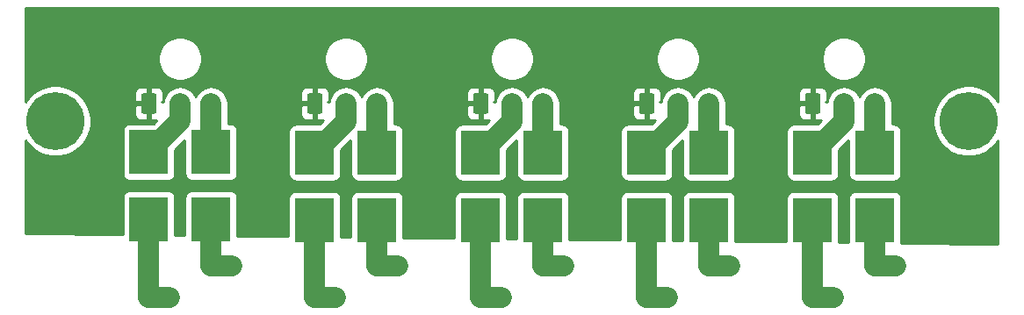
<source format=gtl>
G04 #@! TF.GenerationSoftware,KiCad,Pcbnew,5.1.9+dfsg1-1*
G04 #@! TF.CreationDate,2022-08-21T21:29:47+09:00*
G04 #@! TF.ProjectId,car-fuse-box-smd,6361722d-6675-4736-952d-626f782d736d,rev?*
G04 #@! TF.SameCoordinates,Original*
G04 #@! TF.FileFunction,Copper,L1,Top*
G04 #@! TF.FilePolarity,Positive*
%FSLAX46Y46*%
G04 Gerber Fmt 4.6, Leading zero omitted, Abs format (unit mm)*
G04 Created by KiCad (PCBNEW 5.1.9+dfsg1-1) date 2022-08-21 21:29:47*
%MOMM*%
%LPD*%
G01*
G04 APERTURE LIST*
G04 #@! TA.AperFunction,ComponentPad*
%ADD10R,3.800000X4.250000*%
G04 #@! TD*
G04 #@! TA.AperFunction,ComponentPad*
%ADD11O,1.500000X2.020000*%
G04 #@! TD*
G04 #@! TA.AperFunction,ComponentPad*
%ADD12C,5.600000*%
G04 #@! TD*
G04 #@! TA.AperFunction,ComponentPad*
%ADD13C,1.524000*%
G04 #@! TD*
G04 #@! TA.AperFunction,Conductor*
%ADD14C,2.000000*%
G04 #@! TD*
G04 #@! TA.AperFunction,Conductor*
%ADD15C,0.254000*%
G04 #@! TD*
G04 #@! TA.AperFunction,Conductor*
%ADD16C,0.100000*%
G04 #@! TD*
G04 APERTURE END LIST*
D10*
X78000000Y-124477000D03*
X78000000Y-118000000D03*
X84000000Y-118000000D03*
X84000000Y-124477000D03*
X94000000Y-118063000D03*
X94000000Y-124540000D03*
X100000000Y-124540000D03*
X100000000Y-118063000D03*
X110000000Y-118063000D03*
X110000000Y-124540000D03*
X116000000Y-124540000D03*
X116000000Y-118063000D03*
X126000000Y-118063000D03*
X126000000Y-124540000D03*
X132000000Y-124540000D03*
X132000000Y-118063000D03*
G04 #@! TA.AperFunction,ComponentPad*
G36*
G01*
X77250000Y-114080000D02*
X77250000Y-112560000D01*
G75*
G02*
X77500000Y-112310000I250000J0D01*
G01*
X78500000Y-112310000D01*
G75*
G02*
X78750000Y-112560000I0J-250000D01*
G01*
X78750000Y-114080000D01*
G75*
G02*
X78500000Y-114330000I-250000J0D01*
G01*
X77500000Y-114330000D01*
G75*
G02*
X77250000Y-114080000I0J250000D01*
G01*
G37*
G04 #@! TD.AperFunction*
D11*
X81000000Y-113320000D03*
X84000000Y-113320000D03*
X100000000Y-113320000D03*
X97000000Y-113320000D03*
G04 #@! TA.AperFunction,ComponentPad*
G36*
G01*
X93250000Y-114080000D02*
X93250000Y-112560000D01*
G75*
G02*
X93500000Y-112310000I250000J0D01*
G01*
X94500000Y-112310000D01*
G75*
G02*
X94750000Y-112560000I0J-250000D01*
G01*
X94750000Y-114080000D01*
G75*
G02*
X94500000Y-114330000I-250000J0D01*
G01*
X93500000Y-114330000D01*
G75*
G02*
X93250000Y-114080000I0J250000D01*
G01*
G37*
G04 #@! TD.AperFunction*
G04 #@! TA.AperFunction,ComponentPad*
G36*
G01*
X109250000Y-114080000D02*
X109250000Y-112560000D01*
G75*
G02*
X109500000Y-112310000I250000J0D01*
G01*
X110500000Y-112310000D01*
G75*
G02*
X110750000Y-112560000I0J-250000D01*
G01*
X110750000Y-114080000D01*
G75*
G02*
X110500000Y-114330000I-250000J0D01*
G01*
X109500000Y-114330000D01*
G75*
G02*
X109250000Y-114080000I0J250000D01*
G01*
G37*
G04 #@! TD.AperFunction*
X113000000Y-113320000D03*
X116000000Y-113320000D03*
X132000000Y-113320000D03*
X129000000Y-113320000D03*
G04 #@! TA.AperFunction,ComponentPad*
G36*
G01*
X125250000Y-114080000D02*
X125250000Y-112560000D01*
G75*
G02*
X125500000Y-112310000I250000J0D01*
G01*
X126500000Y-112310000D01*
G75*
G02*
X126750000Y-112560000I0J-250000D01*
G01*
X126750000Y-114080000D01*
G75*
G02*
X126500000Y-114330000I-250000J0D01*
G01*
X125500000Y-114330000D01*
G75*
G02*
X125250000Y-114080000I0J250000D01*
G01*
G37*
G04 #@! TD.AperFunction*
D12*
X69000000Y-115000000D03*
X157000000Y-115000000D03*
D13*
X96000000Y-132000000D03*
X94000000Y-132000000D03*
X100000000Y-129000000D03*
X102000000Y-129000000D03*
X112000000Y-132000000D03*
X110000000Y-132000000D03*
X116000000Y-129000000D03*
X118000000Y-129000000D03*
X128000000Y-132000000D03*
X126000000Y-132000000D03*
X132000000Y-129000000D03*
X134000000Y-129000000D03*
X78000000Y-132000000D03*
X80000000Y-132000000D03*
X86000000Y-129000000D03*
X84000000Y-129000000D03*
D10*
X142000000Y-124540000D03*
X142000000Y-118063000D03*
X148000000Y-118063000D03*
X148000000Y-124540000D03*
G04 #@! TA.AperFunction,ComponentPad*
G36*
G01*
X141250000Y-114080000D02*
X141250000Y-112560000D01*
G75*
G02*
X141500000Y-112310000I250000J0D01*
G01*
X142500000Y-112310000D01*
G75*
G02*
X142750000Y-112560000I0J-250000D01*
G01*
X142750000Y-114080000D01*
G75*
G02*
X142500000Y-114330000I-250000J0D01*
G01*
X141500000Y-114330000D01*
G75*
G02*
X141250000Y-114080000I0J250000D01*
G01*
G37*
G04 #@! TD.AperFunction*
D11*
X145000000Y-113320000D03*
X148000000Y-113320000D03*
D13*
X142000000Y-132000000D03*
X144000000Y-132000000D03*
X150000000Y-129000000D03*
X148000000Y-129000000D03*
D14*
X97000000Y-115063000D02*
X97000000Y-113320000D01*
X94000000Y-118063000D02*
X97000000Y-115063000D01*
X113000000Y-115063000D02*
X113000000Y-113320000D01*
X110000000Y-118063000D02*
X113000000Y-115063000D01*
X129000000Y-115063000D02*
X129000000Y-113320000D01*
X126000000Y-118063000D02*
X129000000Y-115063000D01*
X100000000Y-124540000D02*
X100000000Y-129000000D01*
X100000000Y-129000000D02*
X102000000Y-129000000D01*
X116000000Y-124540000D02*
X116000000Y-129000000D01*
X116000000Y-129000000D02*
X118000000Y-129000000D01*
X132000000Y-124540000D02*
X132000000Y-129000000D01*
X132000000Y-129000000D02*
X134000000Y-129000000D01*
X100000000Y-118063000D02*
X100000000Y-113320000D01*
X110000000Y-124540000D02*
X110000000Y-132000000D01*
X110000000Y-132000000D02*
X112000000Y-132000000D01*
X116000000Y-118063000D02*
X116000000Y-113320000D01*
X126000000Y-124540000D02*
X126000000Y-132000000D01*
X128000000Y-132000000D02*
X126000000Y-132000000D01*
X132000000Y-118063000D02*
X132000000Y-113320000D01*
X94000000Y-124540000D02*
X94000000Y-132000000D01*
X94000000Y-132000000D02*
X96000000Y-132000000D01*
X78000000Y-124477000D02*
X78000000Y-132000000D01*
X78000000Y-132000000D02*
X80000000Y-132000000D01*
X142000000Y-124540000D02*
X142000000Y-132000000D01*
X142000000Y-132000000D02*
X144000000Y-132000000D01*
X145000000Y-115063000D02*
X142000000Y-118063000D01*
X145000000Y-113320000D02*
X145000000Y-115063000D01*
X148000000Y-113320000D02*
X148000000Y-118063000D01*
X81000000Y-115000000D02*
X81000000Y-113320000D01*
X78000000Y-118000000D02*
X81000000Y-115000000D01*
X84000000Y-118000000D02*
X84000000Y-113320000D01*
X84000000Y-124477000D02*
X84000000Y-129000000D01*
X84000000Y-129000000D02*
X86000000Y-129000000D01*
X148000000Y-124540000D02*
X148000000Y-129000000D01*
X148000000Y-129000000D02*
X150000000Y-129000000D01*
D15*
X159873000Y-113116913D02*
X159668138Y-112810315D01*
X159189685Y-112331862D01*
X158627082Y-111955943D01*
X158001952Y-111697006D01*
X157338318Y-111565000D01*
X156661682Y-111565000D01*
X155998048Y-111697006D01*
X155372918Y-111955943D01*
X154810315Y-112331862D01*
X154331862Y-112810315D01*
X153955943Y-113372918D01*
X153697006Y-113998048D01*
X153565000Y-114661682D01*
X153565000Y-115338318D01*
X153697006Y-116001952D01*
X153955943Y-116627082D01*
X154331862Y-117189685D01*
X154810315Y-117668138D01*
X155372918Y-118044057D01*
X155998048Y-118302994D01*
X156661682Y-118435000D01*
X157338318Y-118435000D01*
X158001952Y-118302994D01*
X158627082Y-118044057D01*
X159189685Y-117668138D01*
X159668138Y-117189685D01*
X159873000Y-116883087D01*
X159873000Y-126871642D01*
X150527512Y-126772222D01*
X150538072Y-126665000D01*
X150538072Y-122415000D01*
X150525812Y-122290518D01*
X150489502Y-122170820D01*
X150430537Y-122060506D01*
X150351185Y-121963815D01*
X150254494Y-121884463D01*
X150144180Y-121825498D01*
X150024482Y-121789188D01*
X149900000Y-121776928D01*
X146100000Y-121776928D01*
X145975518Y-121789188D01*
X145855820Y-121825498D01*
X145745506Y-121884463D01*
X145648815Y-121963815D01*
X145569463Y-122060506D01*
X145510498Y-122170820D01*
X145474188Y-122290518D01*
X145461928Y-122415000D01*
X145461928Y-126665000D01*
X145467186Y-126718389D01*
X144533792Y-126708459D01*
X144538072Y-126665000D01*
X144538072Y-122415000D01*
X144525812Y-122290518D01*
X144489502Y-122170820D01*
X144430537Y-122060506D01*
X144351185Y-121963815D01*
X144254494Y-121884463D01*
X144144180Y-121825498D01*
X144024482Y-121789188D01*
X143900000Y-121776928D01*
X140100000Y-121776928D01*
X139975518Y-121789188D01*
X139855820Y-121825498D01*
X139745506Y-121884463D01*
X139648815Y-121963815D01*
X139569463Y-122060506D01*
X139510498Y-122170820D01*
X139474188Y-122290518D01*
X139461928Y-122415000D01*
X139461928Y-126654503D01*
X134538072Y-126602121D01*
X134538072Y-122415000D01*
X134525812Y-122290518D01*
X134489502Y-122170820D01*
X134430537Y-122060506D01*
X134351185Y-121963815D01*
X134254494Y-121884463D01*
X134144180Y-121825498D01*
X134024482Y-121789188D01*
X133900000Y-121776928D01*
X130100000Y-121776928D01*
X129975518Y-121789188D01*
X129855820Y-121825498D01*
X129745506Y-121884463D01*
X129648815Y-121963815D01*
X129569463Y-122060506D01*
X129510498Y-122170820D01*
X129474188Y-122290518D01*
X129461928Y-122415000D01*
X129461928Y-126548120D01*
X128538072Y-126538292D01*
X128538072Y-122415000D01*
X128525812Y-122290518D01*
X128489502Y-122170820D01*
X128430537Y-122060506D01*
X128351185Y-121963815D01*
X128254494Y-121884463D01*
X128144180Y-121825498D01*
X128024482Y-121789188D01*
X127900000Y-121776928D01*
X124100000Y-121776928D01*
X123975518Y-121789188D01*
X123855820Y-121825498D01*
X123745506Y-121884463D01*
X123648815Y-121963815D01*
X123569463Y-122060506D01*
X123510498Y-122170820D01*
X123474188Y-122290518D01*
X123461928Y-122415000D01*
X123461928Y-126484290D01*
X118538072Y-126431909D01*
X118538072Y-122415000D01*
X118525812Y-122290518D01*
X118489502Y-122170820D01*
X118430537Y-122060506D01*
X118351185Y-121963815D01*
X118254494Y-121884463D01*
X118144180Y-121825498D01*
X118024482Y-121789188D01*
X117900000Y-121776928D01*
X114100000Y-121776928D01*
X113975518Y-121789188D01*
X113855820Y-121825498D01*
X113745506Y-121884463D01*
X113648815Y-121963815D01*
X113569463Y-122060506D01*
X113510498Y-122170820D01*
X113474188Y-122290518D01*
X113461928Y-122415000D01*
X113461928Y-126377907D01*
X112538072Y-126368079D01*
X112538072Y-122415000D01*
X112525812Y-122290518D01*
X112489502Y-122170820D01*
X112430537Y-122060506D01*
X112351185Y-121963815D01*
X112254494Y-121884463D01*
X112144180Y-121825498D01*
X112024482Y-121789188D01*
X111900000Y-121776928D01*
X108100000Y-121776928D01*
X107975518Y-121789188D01*
X107855820Y-121825498D01*
X107745506Y-121884463D01*
X107648815Y-121963815D01*
X107569463Y-122060506D01*
X107510498Y-122170820D01*
X107474188Y-122290518D01*
X107461928Y-122415000D01*
X107461928Y-126314077D01*
X102538072Y-126261696D01*
X102538072Y-122415000D01*
X102525812Y-122290518D01*
X102489502Y-122170820D01*
X102430537Y-122060506D01*
X102351185Y-121963815D01*
X102254494Y-121884463D01*
X102144180Y-121825498D01*
X102024482Y-121789188D01*
X101900000Y-121776928D01*
X98100000Y-121776928D01*
X97975518Y-121789188D01*
X97855820Y-121825498D01*
X97745506Y-121884463D01*
X97648815Y-121963815D01*
X97569463Y-122060506D01*
X97510498Y-122170820D01*
X97474188Y-122290518D01*
X97461928Y-122415000D01*
X97461928Y-126207694D01*
X96538072Y-126197866D01*
X96538072Y-122415000D01*
X96525812Y-122290518D01*
X96489502Y-122170820D01*
X96430537Y-122060506D01*
X96351185Y-121963815D01*
X96254494Y-121884463D01*
X96144180Y-121825498D01*
X96024482Y-121789188D01*
X95900000Y-121776928D01*
X92100000Y-121776928D01*
X91975518Y-121789188D01*
X91855820Y-121825498D01*
X91745506Y-121884463D01*
X91648815Y-121963815D01*
X91569463Y-122060506D01*
X91510498Y-122170820D01*
X91474188Y-122290518D01*
X91461928Y-122415000D01*
X91461928Y-126143865D01*
X86538072Y-126091483D01*
X86538072Y-122352000D01*
X86525812Y-122227518D01*
X86489502Y-122107820D01*
X86430537Y-121997506D01*
X86351185Y-121900815D01*
X86254494Y-121821463D01*
X86144180Y-121762498D01*
X86024482Y-121726188D01*
X85900000Y-121713928D01*
X82100000Y-121713928D01*
X81975518Y-121726188D01*
X81855820Y-121762498D01*
X81745506Y-121821463D01*
X81648815Y-121900815D01*
X81569463Y-121997506D01*
X81510498Y-122107820D01*
X81474188Y-122227518D01*
X81461928Y-122352000D01*
X81461928Y-126037482D01*
X80538072Y-126027653D01*
X80538072Y-122352000D01*
X80525812Y-122227518D01*
X80489502Y-122107820D01*
X80430537Y-121997506D01*
X80351185Y-121900815D01*
X80254494Y-121821463D01*
X80144180Y-121762498D01*
X80024482Y-121726188D01*
X79900000Y-121713928D01*
X76100000Y-121713928D01*
X75975518Y-121726188D01*
X75855820Y-121762498D01*
X75745506Y-121821463D01*
X75648815Y-121900815D01*
X75569463Y-121997506D01*
X75510498Y-122107820D01*
X75474188Y-122227518D01*
X75461928Y-122352000D01*
X75461928Y-125973652D01*
X66127000Y-125874344D01*
X66127000Y-116883087D01*
X66331862Y-117189685D01*
X66810315Y-117668138D01*
X67372918Y-118044057D01*
X67998048Y-118302994D01*
X68661682Y-118435000D01*
X69338318Y-118435000D01*
X70001952Y-118302994D01*
X70627082Y-118044057D01*
X71189685Y-117668138D01*
X71668138Y-117189685D01*
X72044057Y-116627082D01*
X72302994Y-116001952D01*
X72328246Y-115875000D01*
X75461928Y-115875000D01*
X75461928Y-120125000D01*
X75474188Y-120249482D01*
X75510498Y-120369180D01*
X75569463Y-120479494D01*
X75648815Y-120576185D01*
X75745506Y-120655537D01*
X75855820Y-120714502D01*
X75975518Y-120750812D01*
X76100000Y-120763072D01*
X79900000Y-120763072D01*
X80024482Y-120750812D01*
X80144180Y-120714502D01*
X80254494Y-120655537D01*
X80351185Y-120576185D01*
X80430537Y-120479494D01*
X80489502Y-120369180D01*
X80525812Y-120249482D01*
X80538072Y-120125000D01*
X80538072Y-117774167D01*
X81461928Y-116850312D01*
X81461928Y-120125000D01*
X81474188Y-120249482D01*
X81510498Y-120369180D01*
X81569463Y-120479494D01*
X81648815Y-120576185D01*
X81745506Y-120655537D01*
X81855820Y-120714502D01*
X81975518Y-120750812D01*
X82100000Y-120763072D01*
X85900000Y-120763072D01*
X86024482Y-120750812D01*
X86144180Y-120714502D01*
X86254494Y-120655537D01*
X86351185Y-120576185D01*
X86430537Y-120479494D01*
X86489502Y-120369180D01*
X86525812Y-120249482D01*
X86538072Y-120125000D01*
X86538072Y-115938000D01*
X91461928Y-115938000D01*
X91461928Y-120188000D01*
X91474188Y-120312482D01*
X91510498Y-120432180D01*
X91569463Y-120542494D01*
X91648815Y-120639185D01*
X91745506Y-120718537D01*
X91855820Y-120777502D01*
X91975518Y-120813812D01*
X92100000Y-120826072D01*
X95900000Y-120826072D01*
X96024482Y-120813812D01*
X96144180Y-120777502D01*
X96254494Y-120718537D01*
X96351185Y-120639185D01*
X96430537Y-120542494D01*
X96489502Y-120432180D01*
X96525812Y-120312482D01*
X96538072Y-120188000D01*
X96538072Y-117837167D01*
X97461928Y-116913312D01*
X97461928Y-120188000D01*
X97474188Y-120312482D01*
X97510498Y-120432180D01*
X97569463Y-120542494D01*
X97648815Y-120639185D01*
X97745506Y-120718537D01*
X97855820Y-120777502D01*
X97975518Y-120813812D01*
X98100000Y-120826072D01*
X101900000Y-120826072D01*
X102024482Y-120813812D01*
X102144180Y-120777502D01*
X102254494Y-120718537D01*
X102351185Y-120639185D01*
X102430537Y-120542494D01*
X102489502Y-120432180D01*
X102525812Y-120312482D01*
X102538072Y-120188000D01*
X102538072Y-115938000D01*
X107461928Y-115938000D01*
X107461928Y-120188000D01*
X107474188Y-120312482D01*
X107510498Y-120432180D01*
X107569463Y-120542494D01*
X107648815Y-120639185D01*
X107745506Y-120718537D01*
X107855820Y-120777502D01*
X107975518Y-120813812D01*
X108100000Y-120826072D01*
X111900000Y-120826072D01*
X112024482Y-120813812D01*
X112144180Y-120777502D01*
X112254494Y-120718537D01*
X112351185Y-120639185D01*
X112430537Y-120542494D01*
X112489502Y-120432180D01*
X112525812Y-120312482D01*
X112538072Y-120188000D01*
X112538072Y-117837167D01*
X113461928Y-116913312D01*
X113461928Y-120188000D01*
X113474188Y-120312482D01*
X113510498Y-120432180D01*
X113569463Y-120542494D01*
X113648815Y-120639185D01*
X113745506Y-120718537D01*
X113855820Y-120777502D01*
X113975518Y-120813812D01*
X114100000Y-120826072D01*
X117900000Y-120826072D01*
X118024482Y-120813812D01*
X118144180Y-120777502D01*
X118254494Y-120718537D01*
X118351185Y-120639185D01*
X118430537Y-120542494D01*
X118489502Y-120432180D01*
X118525812Y-120312482D01*
X118538072Y-120188000D01*
X118538072Y-115938000D01*
X123461928Y-115938000D01*
X123461928Y-120188000D01*
X123474188Y-120312482D01*
X123510498Y-120432180D01*
X123569463Y-120542494D01*
X123648815Y-120639185D01*
X123745506Y-120718537D01*
X123855820Y-120777502D01*
X123975518Y-120813812D01*
X124100000Y-120826072D01*
X127900000Y-120826072D01*
X128024482Y-120813812D01*
X128144180Y-120777502D01*
X128254494Y-120718537D01*
X128351185Y-120639185D01*
X128430537Y-120542494D01*
X128489502Y-120432180D01*
X128525812Y-120312482D01*
X128538072Y-120188000D01*
X128538072Y-117837167D01*
X129461928Y-116913312D01*
X129461928Y-120188000D01*
X129474188Y-120312482D01*
X129510498Y-120432180D01*
X129569463Y-120542494D01*
X129648815Y-120639185D01*
X129745506Y-120718537D01*
X129855820Y-120777502D01*
X129975518Y-120813812D01*
X130100000Y-120826072D01*
X133900000Y-120826072D01*
X134024482Y-120813812D01*
X134144180Y-120777502D01*
X134254494Y-120718537D01*
X134351185Y-120639185D01*
X134430537Y-120542494D01*
X134489502Y-120432180D01*
X134525812Y-120312482D01*
X134538072Y-120188000D01*
X134538072Y-115938000D01*
X139461928Y-115938000D01*
X139461928Y-120188000D01*
X139474188Y-120312482D01*
X139510498Y-120432180D01*
X139569463Y-120542494D01*
X139648815Y-120639185D01*
X139745506Y-120718537D01*
X139855820Y-120777502D01*
X139975518Y-120813812D01*
X140100000Y-120826072D01*
X143900000Y-120826072D01*
X144024482Y-120813812D01*
X144144180Y-120777502D01*
X144254494Y-120718537D01*
X144351185Y-120639185D01*
X144430537Y-120542494D01*
X144489502Y-120432180D01*
X144525812Y-120312482D01*
X144538072Y-120188000D01*
X144538072Y-117837167D01*
X145461928Y-116913312D01*
X145461928Y-120188000D01*
X145474188Y-120312482D01*
X145510498Y-120432180D01*
X145569463Y-120542494D01*
X145648815Y-120639185D01*
X145745506Y-120718537D01*
X145855820Y-120777502D01*
X145975518Y-120813812D01*
X146100000Y-120826072D01*
X149900000Y-120826072D01*
X150024482Y-120813812D01*
X150144180Y-120777502D01*
X150254494Y-120718537D01*
X150351185Y-120639185D01*
X150430537Y-120542494D01*
X150489502Y-120432180D01*
X150525812Y-120312482D01*
X150538072Y-120188000D01*
X150538072Y-115938000D01*
X150525812Y-115813518D01*
X150489502Y-115693820D01*
X150430537Y-115583506D01*
X150351185Y-115486815D01*
X150254494Y-115407463D01*
X150144180Y-115348498D01*
X150024482Y-115312188D01*
X149900000Y-115299928D01*
X149635000Y-115299928D01*
X149635000Y-113239678D01*
X149611343Y-112999484D01*
X149517852Y-112691285D01*
X149366031Y-112407248D01*
X149161714Y-112158286D01*
X148912751Y-111953969D01*
X148628714Y-111802148D01*
X148320515Y-111708657D01*
X148314414Y-111708056D01*
X148271506Y-111695040D01*
X148000000Y-111668299D01*
X147728493Y-111695040D01*
X147685585Y-111708056D01*
X147679484Y-111708657D01*
X147371285Y-111802148D01*
X147087248Y-111953969D01*
X146838286Y-112158286D01*
X146633969Y-112407249D01*
X146500000Y-112657887D01*
X146366031Y-112407248D01*
X146161714Y-112158286D01*
X145912751Y-111953969D01*
X145628714Y-111802148D01*
X145320515Y-111708657D01*
X145314414Y-111708056D01*
X145271506Y-111695040D01*
X145000000Y-111668299D01*
X144728493Y-111695040D01*
X144685585Y-111708056D01*
X144679484Y-111708657D01*
X144371285Y-111802148D01*
X144087248Y-111953969D01*
X143838286Y-112158286D01*
X143633969Y-112407249D01*
X143482148Y-112691286D01*
X143388657Y-112999485D01*
X143369598Y-113192998D01*
X143226252Y-113192998D01*
X143385000Y-113034250D01*
X143388072Y-112310000D01*
X143375812Y-112185518D01*
X143339502Y-112065820D01*
X143280537Y-111955506D01*
X143201185Y-111858815D01*
X143104494Y-111779463D01*
X142994180Y-111720498D01*
X142874482Y-111684188D01*
X142750000Y-111671928D01*
X142285750Y-111675000D01*
X142127000Y-111833750D01*
X142127000Y-113193000D01*
X142147000Y-113193000D01*
X142147000Y-113447000D01*
X142127000Y-113447000D01*
X142127000Y-114806250D01*
X142285750Y-114965000D01*
X142750000Y-114968072D01*
X142786260Y-114964501D01*
X142450833Y-115299928D01*
X140100000Y-115299928D01*
X139975518Y-115312188D01*
X139855820Y-115348498D01*
X139745506Y-115407463D01*
X139648815Y-115486815D01*
X139569463Y-115583506D01*
X139510498Y-115693820D01*
X139474188Y-115813518D01*
X139461928Y-115938000D01*
X134538072Y-115938000D01*
X134525812Y-115813518D01*
X134489502Y-115693820D01*
X134430537Y-115583506D01*
X134351185Y-115486815D01*
X134254494Y-115407463D01*
X134144180Y-115348498D01*
X134024482Y-115312188D01*
X133900000Y-115299928D01*
X133635000Y-115299928D01*
X133635000Y-114330000D01*
X140611928Y-114330000D01*
X140624188Y-114454482D01*
X140660498Y-114574180D01*
X140719463Y-114684494D01*
X140798815Y-114781185D01*
X140895506Y-114860537D01*
X141005820Y-114919502D01*
X141125518Y-114955812D01*
X141250000Y-114968072D01*
X141714250Y-114965000D01*
X141873000Y-114806250D01*
X141873000Y-113447000D01*
X140773750Y-113447000D01*
X140615000Y-113605750D01*
X140611928Y-114330000D01*
X133635000Y-114330000D01*
X133635000Y-113239678D01*
X133611343Y-112999484D01*
X133517852Y-112691285D01*
X133366031Y-112407248D01*
X133286222Y-112310000D01*
X140611928Y-112310000D01*
X140615000Y-113034250D01*
X140773750Y-113193000D01*
X141873000Y-113193000D01*
X141873000Y-111833750D01*
X141714250Y-111675000D01*
X141250000Y-111671928D01*
X141125518Y-111684188D01*
X141005820Y-111720498D01*
X140895506Y-111779463D01*
X140798815Y-111858815D01*
X140719463Y-111955506D01*
X140660498Y-112065820D01*
X140624188Y-112185518D01*
X140611928Y-112310000D01*
X133286222Y-112310000D01*
X133161714Y-112158286D01*
X132912752Y-111953969D01*
X132628715Y-111802148D01*
X132320516Y-111708657D01*
X132314414Y-111708056D01*
X132271506Y-111695040D01*
X132000000Y-111668299D01*
X131728493Y-111695040D01*
X131685584Y-111708056D01*
X131679485Y-111708657D01*
X131371286Y-111802148D01*
X131087249Y-111953969D01*
X130838287Y-112158286D01*
X130633970Y-112407248D01*
X130500001Y-112657887D01*
X130366031Y-112407248D01*
X130161714Y-112158286D01*
X129912752Y-111953969D01*
X129628715Y-111802148D01*
X129320516Y-111708657D01*
X129314414Y-111708056D01*
X129271506Y-111695040D01*
X129000000Y-111668299D01*
X128728493Y-111695040D01*
X128685584Y-111708056D01*
X128679485Y-111708657D01*
X128371286Y-111802148D01*
X128087249Y-111953969D01*
X127838287Y-112158286D01*
X127633970Y-112407248D01*
X127482149Y-112691285D01*
X127388658Y-112999484D01*
X127369598Y-113192998D01*
X127226252Y-113192998D01*
X127385000Y-113034250D01*
X127388072Y-112310000D01*
X127375812Y-112185518D01*
X127339502Y-112065820D01*
X127280537Y-111955506D01*
X127201185Y-111858815D01*
X127104494Y-111779463D01*
X126994180Y-111720498D01*
X126874482Y-111684188D01*
X126750000Y-111671928D01*
X126285750Y-111675000D01*
X126127000Y-111833750D01*
X126127000Y-113193000D01*
X126147000Y-113193000D01*
X126147000Y-113447000D01*
X126127000Y-113447000D01*
X126127000Y-114806250D01*
X126285750Y-114965000D01*
X126750000Y-114968072D01*
X126786260Y-114964501D01*
X126450833Y-115299928D01*
X124100000Y-115299928D01*
X123975518Y-115312188D01*
X123855820Y-115348498D01*
X123745506Y-115407463D01*
X123648815Y-115486815D01*
X123569463Y-115583506D01*
X123510498Y-115693820D01*
X123474188Y-115813518D01*
X123461928Y-115938000D01*
X118538072Y-115938000D01*
X118525812Y-115813518D01*
X118489502Y-115693820D01*
X118430537Y-115583506D01*
X118351185Y-115486815D01*
X118254494Y-115407463D01*
X118144180Y-115348498D01*
X118024482Y-115312188D01*
X117900000Y-115299928D01*
X117635000Y-115299928D01*
X117635000Y-114330000D01*
X124611928Y-114330000D01*
X124624188Y-114454482D01*
X124660498Y-114574180D01*
X124719463Y-114684494D01*
X124798815Y-114781185D01*
X124895506Y-114860537D01*
X125005820Y-114919502D01*
X125125518Y-114955812D01*
X125250000Y-114968072D01*
X125714250Y-114965000D01*
X125873000Y-114806250D01*
X125873000Y-113447000D01*
X124773750Y-113447000D01*
X124615000Y-113605750D01*
X124611928Y-114330000D01*
X117635000Y-114330000D01*
X117635000Y-113239678D01*
X117611343Y-112999484D01*
X117517852Y-112691285D01*
X117366031Y-112407248D01*
X117286222Y-112310000D01*
X124611928Y-112310000D01*
X124615000Y-113034250D01*
X124773750Y-113193000D01*
X125873000Y-113193000D01*
X125873000Y-111833750D01*
X125714250Y-111675000D01*
X125250000Y-111671928D01*
X125125518Y-111684188D01*
X125005820Y-111720498D01*
X124895506Y-111779463D01*
X124798815Y-111858815D01*
X124719463Y-111955506D01*
X124660498Y-112065820D01*
X124624188Y-112185518D01*
X124611928Y-112310000D01*
X117286222Y-112310000D01*
X117161714Y-112158286D01*
X116912752Y-111953969D01*
X116628715Y-111802148D01*
X116320516Y-111708657D01*
X116314414Y-111708056D01*
X116271506Y-111695040D01*
X116000000Y-111668299D01*
X115728493Y-111695040D01*
X115685584Y-111708056D01*
X115679485Y-111708657D01*
X115371286Y-111802148D01*
X115087249Y-111953969D01*
X114838287Y-112158286D01*
X114633970Y-112407248D01*
X114500001Y-112657887D01*
X114366031Y-112407248D01*
X114161714Y-112158286D01*
X113912752Y-111953969D01*
X113628715Y-111802148D01*
X113320516Y-111708657D01*
X113314414Y-111708056D01*
X113271506Y-111695040D01*
X113000000Y-111668299D01*
X112728493Y-111695040D01*
X112685584Y-111708056D01*
X112679485Y-111708657D01*
X112371286Y-111802148D01*
X112087249Y-111953969D01*
X111838287Y-112158286D01*
X111633970Y-112407248D01*
X111482149Y-112691285D01*
X111388658Y-112999484D01*
X111369598Y-113192998D01*
X111226252Y-113192998D01*
X111385000Y-113034250D01*
X111388072Y-112310000D01*
X111375812Y-112185518D01*
X111339502Y-112065820D01*
X111280537Y-111955506D01*
X111201185Y-111858815D01*
X111104494Y-111779463D01*
X110994180Y-111720498D01*
X110874482Y-111684188D01*
X110750000Y-111671928D01*
X110285750Y-111675000D01*
X110127000Y-111833750D01*
X110127000Y-113193000D01*
X110147000Y-113193000D01*
X110147000Y-113447000D01*
X110127000Y-113447000D01*
X110127000Y-114806250D01*
X110285750Y-114965000D01*
X110750000Y-114968072D01*
X110786260Y-114964501D01*
X110450833Y-115299928D01*
X108100000Y-115299928D01*
X107975518Y-115312188D01*
X107855820Y-115348498D01*
X107745506Y-115407463D01*
X107648815Y-115486815D01*
X107569463Y-115583506D01*
X107510498Y-115693820D01*
X107474188Y-115813518D01*
X107461928Y-115938000D01*
X102538072Y-115938000D01*
X102525812Y-115813518D01*
X102489502Y-115693820D01*
X102430537Y-115583506D01*
X102351185Y-115486815D01*
X102254494Y-115407463D01*
X102144180Y-115348498D01*
X102024482Y-115312188D01*
X101900000Y-115299928D01*
X101635000Y-115299928D01*
X101635000Y-114330000D01*
X108611928Y-114330000D01*
X108624188Y-114454482D01*
X108660498Y-114574180D01*
X108719463Y-114684494D01*
X108798815Y-114781185D01*
X108895506Y-114860537D01*
X109005820Y-114919502D01*
X109125518Y-114955812D01*
X109250000Y-114968072D01*
X109714250Y-114965000D01*
X109873000Y-114806250D01*
X109873000Y-113447000D01*
X108773750Y-113447000D01*
X108615000Y-113605750D01*
X108611928Y-114330000D01*
X101635000Y-114330000D01*
X101635000Y-113239678D01*
X101611343Y-112999484D01*
X101517852Y-112691285D01*
X101366031Y-112407248D01*
X101286222Y-112310000D01*
X108611928Y-112310000D01*
X108615000Y-113034250D01*
X108773750Y-113193000D01*
X109873000Y-113193000D01*
X109873000Y-111833750D01*
X109714250Y-111675000D01*
X109250000Y-111671928D01*
X109125518Y-111684188D01*
X109005820Y-111720498D01*
X108895506Y-111779463D01*
X108798815Y-111858815D01*
X108719463Y-111955506D01*
X108660498Y-112065820D01*
X108624188Y-112185518D01*
X108611928Y-112310000D01*
X101286222Y-112310000D01*
X101161714Y-112158286D01*
X100912752Y-111953969D01*
X100628715Y-111802148D01*
X100320516Y-111708657D01*
X100314414Y-111708056D01*
X100271506Y-111695040D01*
X100000000Y-111668299D01*
X99728493Y-111695040D01*
X99685584Y-111708056D01*
X99679485Y-111708657D01*
X99371286Y-111802148D01*
X99087249Y-111953969D01*
X98838287Y-112158286D01*
X98633970Y-112407248D01*
X98500001Y-112657887D01*
X98366031Y-112407248D01*
X98161714Y-112158286D01*
X97912752Y-111953969D01*
X97628715Y-111802148D01*
X97320516Y-111708657D01*
X97314414Y-111708056D01*
X97271506Y-111695040D01*
X97000000Y-111668299D01*
X96728493Y-111695040D01*
X96685584Y-111708056D01*
X96679485Y-111708657D01*
X96371286Y-111802148D01*
X96087249Y-111953969D01*
X95838287Y-112158286D01*
X95633970Y-112407248D01*
X95482149Y-112691285D01*
X95388658Y-112999484D01*
X95369598Y-113192998D01*
X95226252Y-113192998D01*
X95385000Y-113034250D01*
X95388072Y-112310000D01*
X95375812Y-112185518D01*
X95339502Y-112065820D01*
X95280537Y-111955506D01*
X95201185Y-111858815D01*
X95104494Y-111779463D01*
X94994180Y-111720498D01*
X94874482Y-111684188D01*
X94750000Y-111671928D01*
X94285750Y-111675000D01*
X94127000Y-111833750D01*
X94127000Y-113193000D01*
X94147000Y-113193000D01*
X94147000Y-113447000D01*
X94127000Y-113447000D01*
X94127000Y-114806250D01*
X94285750Y-114965000D01*
X94750000Y-114968072D01*
X94786260Y-114964501D01*
X94450833Y-115299928D01*
X92100000Y-115299928D01*
X91975518Y-115312188D01*
X91855820Y-115348498D01*
X91745506Y-115407463D01*
X91648815Y-115486815D01*
X91569463Y-115583506D01*
X91510498Y-115693820D01*
X91474188Y-115813518D01*
X91461928Y-115938000D01*
X86538072Y-115938000D01*
X86538072Y-115875000D01*
X86525812Y-115750518D01*
X86489502Y-115630820D01*
X86430537Y-115520506D01*
X86351185Y-115423815D01*
X86254494Y-115344463D01*
X86144180Y-115285498D01*
X86024482Y-115249188D01*
X85900000Y-115236928D01*
X85635000Y-115236928D01*
X85635000Y-114330000D01*
X92611928Y-114330000D01*
X92624188Y-114454482D01*
X92660498Y-114574180D01*
X92719463Y-114684494D01*
X92798815Y-114781185D01*
X92895506Y-114860537D01*
X93005820Y-114919502D01*
X93125518Y-114955812D01*
X93250000Y-114968072D01*
X93714250Y-114965000D01*
X93873000Y-114806250D01*
X93873000Y-113447000D01*
X92773750Y-113447000D01*
X92615000Y-113605750D01*
X92611928Y-114330000D01*
X85635000Y-114330000D01*
X85635000Y-113239678D01*
X85611343Y-112999484D01*
X85517852Y-112691285D01*
X85366031Y-112407248D01*
X85286222Y-112310000D01*
X92611928Y-112310000D01*
X92615000Y-113034250D01*
X92773750Y-113193000D01*
X93873000Y-113193000D01*
X93873000Y-111833750D01*
X93714250Y-111675000D01*
X93250000Y-111671928D01*
X93125518Y-111684188D01*
X93005820Y-111720498D01*
X92895506Y-111779463D01*
X92798815Y-111858815D01*
X92719463Y-111955506D01*
X92660498Y-112065820D01*
X92624188Y-112185518D01*
X92611928Y-112310000D01*
X85286222Y-112310000D01*
X85161714Y-112158286D01*
X84912752Y-111953969D01*
X84628715Y-111802148D01*
X84320516Y-111708657D01*
X84314414Y-111708056D01*
X84271506Y-111695040D01*
X84000000Y-111668299D01*
X83728493Y-111695040D01*
X83685584Y-111708056D01*
X83679485Y-111708657D01*
X83371286Y-111802148D01*
X83087249Y-111953969D01*
X82838287Y-112158286D01*
X82633970Y-112407248D01*
X82500001Y-112657887D01*
X82366031Y-112407248D01*
X82161714Y-112158286D01*
X81912752Y-111953969D01*
X81628715Y-111802148D01*
X81320516Y-111708657D01*
X81314414Y-111708056D01*
X81271506Y-111695040D01*
X81000000Y-111668299D01*
X80728493Y-111695040D01*
X80685584Y-111708056D01*
X80679485Y-111708657D01*
X80371286Y-111802148D01*
X80087249Y-111953969D01*
X79838287Y-112158286D01*
X79633970Y-112407248D01*
X79482149Y-112691285D01*
X79388658Y-112999484D01*
X79369598Y-113192998D01*
X79226252Y-113192998D01*
X79385000Y-113034250D01*
X79388072Y-112310000D01*
X79375812Y-112185518D01*
X79339502Y-112065820D01*
X79280537Y-111955506D01*
X79201185Y-111858815D01*
X79104494Y-111779463D01*
X78994180Y-111720498D01*
X78874482Y-111684188D01*
X78750000Y-111671928D01*
X78285750Y-111675000D01*
X78127000Y-111833750D01*
X78127000Y-113193000D01*
X78147000Y-113193000D01*
X78147000Y-113447000D01*
X78127000Y-113447000D01*
X78127000Y-114806250D01*
X78285750Y-114965000D01*
X78719888Y-114967873D01*
X78450833Y-115236928D01*
X76100000Y-115236928D01*
X75975518Y-115249188D01*
X75855820Y-115285498D01*
X75745506Y-115344463D01*
X75648815Y-115423815D01*
X75569463Y-115520506D01*
X75510498Y-115630820D01*
X75474188Y-115750518D01*
X75461928Y-115875000D01*
X72328246Y-115875000D01*
X72435000Y-115338318D01*
X72435000Y-114661682D01*
X72369024Y-114330000D01*
X76611928Y-114330000D01*
X76624188Y-114454482D01*
X76660498Y-114574180D01*
X76719463Y-114684494D01*
X76798815Y-114781185D01*
X76895506Y-114860537D01*
X77005820Y-114919502D01*
X77125518Y-114955812D01*
X77250000Y-114968072D01*
X77714250Y-114965000D01*
X77873000Y-114806250D01*
X77873000Y-113447000D01*
X76773750Y-113447000D01*
X76615000Y-113605750D01*
X76611928Y-114330000D01*
X72369024Y-114330000D01*
X72302994Y-113998048D01*
X72044057Y-113372918D01*
X71668138Y-112810315D01*
X71189685Y-112331862D01*
X71156967Y-112310000D01*
X76611928Y-112310000D01*
X76615000Y-113034250D01*
X76773750Y-113193000D01*
X77873000Y-113193000D01*
X77873000Y-111833750D01*
X77714250Y-111675000D01*
X77250000Y-111671928D01*
X77125518Y-111684188D01*
X77005820Y-111720498D01*
X76895506Y-111779463D01*
X76798815Y-111858815D01*
X76719463Y-111955506D01*
X76660498Y-112065820D01*
X76624188Y-112185518D01*
X76611928Y-112310000D01*
X71156967Y-112310000D01*
X70627082Y-111955943D01*
X70001952Y-111697006D01*
X69338318Y-111565000D01*
X68661682Y-111565000D01*
X67998048Y-111697006D01*
X67372918Y-111955943D01*
X66810315Y-112331862D01*
X66331862Y-112810315D01*
X66127000Y-113116913D01*
X66127000Y-108789721D01*
X78865000Y-108789721D01*
X78865000Y-109210279D01*
X78947047Y-109622756D01*
X79107988Y-110011302D01*
X79341637Y-110360983D01*
X79639017Y-110658363D01*
X79988698Y-110892012D01*
X80377244Y-111052953D01*
X80789721Y-111135000D01*
X81210279Y-111135000D01*
X81622756Y-111052953D01*
X82011302Y-110892012D01*
X82360983Y-110658363D01*
X82658363Y-110360983D01*
X82892012Y-110011302D01*
X83052953Y-109622756D01*
X83135000Y-109210279D01*
X83135000Y-108789721D01*
X94865000Y-108789721D01*
X94865000Y-109210279D01*
X94947047Y-109622756D01*
X95107988Y-110011302D01*
X95341637Y-110360983D01*
X95639017Y-110658363D01*
X95988698Y-110892012D01*
X96377244Y-111052953D01*
X96789721Y-111135000D01*
X97210279Y-111135000D01*
X97622756Y-111052953D01*
X98011302Y-110892012D01*
X98360983Y-110658363D01*
X98658363Y-110360983D01*
X98892012Y-110011302D01*
X99052953Y-109622756D01*
X99135000Y-109210279D01*
X99135000Y-108789721D01*
X110865000Y-108789721D01*
X110865000Y-109210279D01*
X110947047Y-109622756D01*
X111107988Y-110011302D01*
X111341637Y-110360983D01*
X111639017Y-110658363D01*
X111988698Y-110892012D01*
X112377244Y-111052953D01*
X112789721Y-111135000D01*
X113210279Y-111135000D01*
X113622756Y-111052953D01*
X114011302Y-110892012D01*
X114360983Y-110658363D01*
X114658363Y-110360983D01*
X114892012Y-110011302D01*
X115052953Y-109622756D01*
X115135000Y-109210279D01*
X115135000Y-108789721D01*
X126865000Y-108789721D01*
X126865000Y-109210279D01*
X126947047Y-109622756D01*
X127107988Y-110011302D01*
X127341637Y-110360983D01*
X127639017Y-110658363D01*
X127988698Y-110892012D01*
X128377244Y-111052953D01*
X128789721Y-111135000D01*
X129210279Y-111135000D01*
X129622756Y-111052953D01*
X130011302Y-110892012D01*
X130360983Y-110658363D01*
X130658363Y-110360983D01*
X130892012Y-110011302D01*
X131052953Y-109622756D01*
X131135000Y-109210279D01*
X131135000Y-108789721D01*
X142865000Y-108789721D01*
X142865000Y-109210279D01*
X142947047Y-109622756D01*
X143107988Y-110011302D01*
X143341637Y-110360983D01*
X143639017Y-110658363D01*
X143988698Y-110892012D01*
X144377244Y-111052953D01*
X144789721Y-111135000D01*
X145210279Y-111135000D01*
X145622756Y-111052953D01*
X146011302Y-110892012D01*
X146360983Y-110658363D01*
X146658363Y-110360983D01*
X146892012Y-110011302D01*
X147052953Y-109622756D01*
X147135000Y-109210279D01*
X147135000Y-108789721D01*
X147052953Y-108377244D01*
X146892012Y-107988698D01*
X146658363Y-107639017D01*
X146360983Y-107341637D01*
X146011302Y-107107988D01*
X145622756Y-106947047D01*
X145210279Y-106865000D01*
X144789721Y-106865000D01*
X144377244Y-106947047D01*
X143988698Y-107107988D01*
X143639017Y-107341637D01*
X143341637Y-107639017D01*
X143107988Y-107988698D01*
X142947047Y-108377244D01*
X142865000Y-108789721D01*
X131135000Y-108789721D01*
X131052953Y-108377244D01*
X130892012Y-107988698D01*
X130658363Y-107639017D01*
X130360983Y-107341637D01*
X130011302Y-107107988D01*
X129622756Y-106947047D01*
X129210279Y-106865000D01*
X128789721Y-106865000D01*
X128377244Y-106947047D01*
X127988698Y-107107988D01*
X127639017Y-107341637D01*
X127341637Y-107639017D01*
X127107988Y-107988698D01*
X126947047Y-108377244D01*
X126865000Y-108789721D01*
X115135000Y-108789721D01*
X115052953Y-108377244D01*
X114892012Y-107988698D01*
X114658363Y-107639017D01*
X114360983Y-107341637D01*
X114011302Y-107107988D01*
X113622756Y-106947047D01*
X113210279Y-106865000D01*
X112789721Y-106865000D01*
X112377244Y-106947047D01*
X111988698Y-107107988D01*
X111639017Y-107341637D01*
X111341637Y-107639017D01*
X111107988Y-107988698D01*
X110947047Y-108377244D01*
X110865000Y-108789721D01*
X99135000Y-108789721D01*
X99052953Y-108377244D01*
X98892012Y-107988698D01*
X98658363Y-107639017D01*
X98360983Y-107341637D01*
X98011302Y-107107988D01*
X97622756Y-106947047D01*
X97210279Y-106865000D01*
X96789721Y-106865000D01*
X96377244Y-106947047D01*
X95988698Y-107107988D01*
X95639017Y-107341637D01*
X95341637Y-107639017D01*
X95107988Y-107988698D01*
X94947047Y-108377244D01*
X94865000Y-108789721D01*
X83135000Y-108789721D01*
X83052953Y-108377244D01*
X82892012Y-107988698D01*
X82658363Y-107639017D01*
X82360983Y-107341637D01*
X82011302Y-107107988D01*
X81622756Y-106947047D01*
X81210279Y-106865000D01*
X80789721Y-106865000D01*
X80377244Y-106947047D01*
X79988698Y-107107988D01*
X79639017Y-107341637D01*
X79341637Y-107639017D01*
X79107988Y-107988698D01*
X78947047Y-108377244D01*
X78865000Y-108789721D01*
X66127000Y-108789721D01*
X66127000Y-104127000D01*
X159873000Y-104127000D01*
X159873000Y-113116913D01*
G04 #@! TA.AperFunction,Conductor*
D16*
G36*
X159873000Y-113116913D02*
G01*
X159668138Y-112810315D01*
X159189685Y-112331862D01*
X158627082Y-111955943D01*
X158001952Y-111697006D01*
X157338318Y-111565000D01*
X156661682Y-111565000D01*
X155998048Y-111697006D01*
X155372918Y-111955943D01*
X154810315Y-112331862D01*
X154331862Y-112810315D01*
X153955943Y-113372918D01*
X153697006Y-113998048D01*
X153565000Y-114661682D01*
X153565000Y-115338318D01*
X153697006Y-116001952D01*
X153955943Y-116627082D01*
X154331862Y-117189685D01*
X154810315Y-117668138D01*
X155372918Y-118044057D01*
X155998048Y-118302994D01*
X156661682Y-118435000D01*
X157338318Y-118435000D01*
X158001952Y-118302994D01*
X158627082Y-118044057D01*
X159189685Y-117668138D01*
X159668138Y-117189685D01*
X159873000Y-116883087D01*
X159873000Y-126871642D01*
X150527512Y-126772222D01*
X150538072Y-126665000D01*
X150538072Y-122415000D01*
X150525812Y-122290518D01*
X150489502Y-122170820D01*
X150430537Y-122060506D01*
X150351185Y-121963815D01*
X150254494Y-121884463D01*
X150144180Y-121825498D01*
X150024482Y-121789188D01*
X149900000Y-121776928D01*
X146100000Y-121776928D01*
X145975518Y-121789188D01*
X145855820Y-121825498D01*
X145745506Y-121884463D01*
X145648815Y-121963815D01*
X145569463Y-122060506D01*
X145510498Y-122170820D01*
X145474188Y-122290518D01*
X145461928Y-122415000D01*
X145461928Y-126665000D01*
X145467186Y-126718389D01*
X144533792Y-126708459D01*
X144538072Y-126665000D01*
X144538072Y-122415000D01*
X144525812Y-122290518D01*
X144489502Y-122170820D01*
X144430537Y-122060506D01*
X144351185Y-121963815D01*
X144254494Y-121884463D01*
X144144180Y-121825498D01*
X144024482Y-121789188D01*
X143900000Y-121776928D01*
X140100000Y-121776928D01*
X139975518Y-121789188D01*
X139855820Y-121825498D01*
X139745506Y-121884463D01*
X139648815Y-121963815D01*
X139569463Y-122060506D01*
X139510498Y-122170820D01*
X139474188Y-122290518D01*
X139461928Y-122415000D01*
X139461928Y-126654503D01*
X134538072Y-126602121D01*
X134538072Y-122415000D01*
X134525812Y-122290518D01*
X134489502Y-122170820D01*
X134430537Y-122060506D01*
X134351185Y-121963815D01*
X134254494Y-121884463D01*
X134144180Y-121825498D01*
X134024482Y-121789188D01*
X133900000Y-121776928D01*
X130100000Y-121776928D01*
X129975518Y-121789188D01*
X129855820Y-121825498D01*
X129745506Y-121884463D01*
X129648815Y-121963815D01*
X129569463Y-122060506D01*
X129510498Y-122170820D01*
X129474188Y-122290518D01*
X129461928Y-122415000D01*
X129461928Y-126548120D01*
X128538072Y-126538292D01*
X128538072Y-122415000D01*
X128525812Y-122290518D01*
X128489502Y-122170820D01*
X128430537Y-122060506D01*
X128351185Y-121963815D01*
X128254494Y-121884463D01*
X128144180Y-121825498D01*
X128024482Y-121789188D01*
X127900000Y-121776928D01*
X124100000Y-121776928D01*
X123975518Y-121789188D01*
X123855820Y-121825498D01*
X123745506Y-121884463D01*
X123648815Y-121963815D01*
X123569463Y-122060506D01*
X123510498Y-122170820D01*
X123474188Y-122290518D01*
X123461928Y-122415000D01*
X123461928Y-126484290D01*
X118538072Y-126431909D01*
X118538072Y-122415000D01*
X118525812Y-122290518D01*
X118489502Y-122170820D01*
X118430537Y-122060506D01*
X118351185Y-121963815D01*
X118254494Y-121884463D01*
X118144180Y-121825498D01*
X118024482Y-121789188D01*
X117900000Y-121776928D01*
X114100000Y-121776928D01*
X113975518Y-121789188D01*
X113855820Y-121825498D01*
X113745506Y-121884463D01*
X113648815Y-121963815D01*
X113569463Y-122060506D01*
X113510498Y-122170820D01*
X113474188Y-122290518D01*
X113461928Y-122415000D01*
X113461928Y-126377907D01*
X112538072Y-126368079D01*
X112538072Y-122415000D01*
X112525812Y-122290518D01*
X112489502Y-122170820D01*
X112430537Y-122060506D01*
X112351185Y-121963815D01*
X112254494Y-121884463D01*
X112144180Y-121825498D01*
X112024482Y-121789188D01*
X111900000Y-121776928D01*
X108100000Y-121776928D01*
X107975518Y-121789188D01*
X107855820Y-121825498D01*
X107745506Y-121884463D01*
X107648815Y-121963815D01*
X107569463Y-122060506D01*
X107510498Y-122170820D01*
X107474188Y-122290518D01*
X107461928Y-122415000D01*
X107461928Y-126314077D01*
X102538072Y-126261696D01*
X102538072Y-122415000D01*
X102525812Y-122290518D01*
X102489502Y-122170820D01*
X102430537Y-122060506D01*
X102351185Y-121963815D01*
X102254494Y-121884463D01*
X102144180Y-121825498D01*
X102024482Y-121789188D01*
X101900000Y-121776928D01*
X98100000Y-121776928D01*
X97975518Y-121789188D01*
X97855820Y-121825498D01*
X97745506Y-121884463D01*
X97648815Y-121963815D01*
X97569463Y-122060506D01*
X97510498Y-122170820D01*
X97474188Y-122290518D01*
X97461928Y-122415000D01*
X97461928Y-126207694D01*
X96538072Y-126197866D01*
X96538072Y-122415000D01*
X96525812Y-122290518D01*
X96489502Y-122170820D01*
X96430537Y-122060506D01*
X96351185Y-121963815D01*
X96254494Y-121884463D01*
X96144180Y-121825498D01*
X96024482Y-121789188D01*
X95900000Y-121776928D01*
X92100000Y-121776928D01*
X91975518Y-121789188D01*
X91855820Y-121825498D01*
X91745506Y-121884463D01*
X91648815Y-121963815D01*
X91569463Y-122060506D01*
X91510498Y-122170820D01*
X91474188Y-122290518D01*
X91461928Y-122415000D01*
X91461928Y-126143865D01*
X86538072Y-126091483D01*
X86538072Y-122352000D01*
X86525812Y-122227518D01*
X86489502Y-122107820D01*
X86430537Y-121997506D01*
X86351185Y-121900815D01*
X86254494Y-121821463D01*
X86144180Y-121762498D01*
X86024482Y-121726188D01*
X85900000Y-121713928D01*
X82100000Y-121713928D01*
X81975518Y-121726188D01*
X81855820Y-121762498D01*
X81745506Y-121821463D01*
X81648815Y-121900815D01*
X81569463Y-121997506D01*
X81510498Y-122107820D01*
X81474188Y-122227518D01*
X81461928Y-122352000D01*
X81461928Y-126037482D01*
X80538072Y-126027653D01*
X80538072Y-122352000D01*
X80525812Y-122227518D01*
X80489502Y-122107820D01*
X80430537Y-121997506D01*
X80351185Y-121900815D01*
X80254494Y-121821463D01*
X80144180Y-121762498D01*
X80024482Y-121726188D01*
X79900000Y-121713928D01*
X76100000Y-121713928D01*
X75975518Y-121726188D01*
X75855820Y-121762498D01*
X75745506Y-121821463D01*
X75648815Y-121900815D01*
X75569463Y-121997506D01*
X75510498Y-122107820D01*
X75474188Y-122227518D01*
X75461928Y-122352000D01*
X75461928Y-125973652D01*
X66127000Y-125874344D01*
X66127000Y-116883087D01*
X66331862Y-117189685D01*
X66810315Y-117668138D01*
X67372918Y-118044057D01*
X67998048Y-118302994D01*
X68661682Y-118435000D01*
X69338318Y-118435000D01*
X70001952Y-118302994D01*
X70627082Y-118044057D01*
X71189685Y-117668138D01*
X71668138Y-117189685D01*
X72044057Y-116627082D01*
X72302994Y-116001952D01*
X72328246Y-115875000D01*
X75461928Y-115875000D01*
X75461928Y-120125000D01*
X75474188Y-120249482D01*
X75510498Y-120369180D01*
X75569463Y-120479494D01*
X75648815Y-120576185D01*
X75745506Y-120655537D01*
X75855820Y-120714502D01*
X75975518Y-120750812D01*
X76100000Y-120763072D01*
X79900000Y-120763072D01*
X80024482Y-120750812D01*
X80144180Y-120714502D01*
X80254494Y-120655537D01*
X80351185Y-120576185D01*
X80430537Y-120479494D01*
X80489502Y-120369180D01*
X80525812Y-120249482D01*
X80538072Y-120125000D01*
X80538072Y-117774167D01*
X81461928Y-116850312D01*
X81461928Y-120125000D01*
X81474188Y-120249482D01*
X81510498Y-120369180D01*
X81569463Y-120479494D01*
X81648815Y-120576185D01*
X81745506Y-120655537D01*
X81855820Y-120714502D01*
X81975518Y-120750812D01*
X82100000Y-120763072D01*
X85900000Y-120763072D01*
X86024482Y-120750812D01*
X86144180Y-120714502D01*
X86254494Y-120655537D01*
X86351185Y-120576185D01*
X86430537Y-120479494D01*
X86489502Y-120369180D01*
X86525812Y-120249482D01*
X86538072Y-120125000D01*
X86538072Y-115938000D01*
X91461928Y-115938000D01*
X91461928Y-120188000D01*
X91474188Y-120312482D01*
X91510498Y-120432180D01*
X91569463Y-120542494D01*
X91648815Y-120639185D01*
X91745506Y-120718537D01*
X91855820Y-120777502D01*
X91975518Y-120813812D01*
X92100000Y-120826072D01*
X95900000Y-120826072D01*
X96024482Y-120813812D01*
X96144180Y-120777502D01*
X96254494Y-120718537D01*
X96351185Y-120639185D01*
X96430537Y-120542494D01*
X96489502Y-120432180D01*
X96525812Y-120312482D01*
X96538072Y-120188000D01*
X96538072Y-117837167D01*
X97461928Y-116913312D01*
X97461928Y-120188000D01*
X97474188Y-120312482D01*
X97510498Y-120432180D01*
X97569463Y-120542494D01*
X97648815Y-120639185D01*
X97745506Y-120718537D01*
X97855820Y-120777502D01*
X97975518Y-120813812D01*
X98100000Y-120826072D01*
X101900000Y-120826072D01*
X102024482Y-120813812D01*
X102144180Y-120777502D01*
X102254494Y-120718537D01*
X102351185Y-120639185D01*
X102430537Y-120542494D01*
X102489502Y-120432180D01*
X102525812Y-120312482D01*
X102538072Y-120188000D01*
X102538072Y-115938000D01*
X107461928Y-115938000D01*
X107461928Y-120188000D01*
X107474188Y-120312482D01*
X107510498Y-120432180D01*
X107569463Y-120542494D01*
X107648815Y-120639185D01*
X107745506Y-120718537D01*
X107855820Y-120777502D01*
X107975518Y-120813812D01*
X108100000Y-120826072D01*
X111900000Y-120826072D01*
X112024482Y-120813812D01*
X112144180Y-120777502D01*
X112254494Y-120718537D01*
X112351185Y-120639185D01*
X112430537Y-120542494D01*
X112489502Y-120432180D01*
X112525812Y-120312482D01*
X112538072Y-120188000D01*
X112538072Y-117837167D01*
X113461928Y-116913312D01*
X113461928Y-120188000D01*
X113474188Y-120312482D01*
X113510498Y-120432180D01*
X113569463Y-120542494D01*
X113648815Y-120639185D01*
X113745506Y-120718537D01*
X113855820Y-120777502D01*
X113975518Y-120813812D01*
X114100000Y-120826072D01*
X117900000Y-120826072D01*
X118024482Y-120813812D01*
X118144180Y-120777502D01*
X118254494Y-120718537D01*
X118351185Y-120639185D01*
X118430537Y-120542494D01*
X118489502Y-120432180D01*
X118525812Y-120312482D01*
X118538072Y-120188000D01*
X118538072Y-115938000D01*
X123461928Y-115938000D01*
X123461928Y-120188000D01*
X123474188Y-120312482D01*
X123510498Y-120432180D01*
X123569463Y-120542494D01*
X123648815Y-120639185D01*
X123745506Y-120718537D01*
X123855820Y-120777502D01*
X123975518Y-120813812D01*
X124100000Y-120826072D01*
X127900000Y-120826072D01*
X128024482Y-120813812D01*
X128144180Y-120777502D01*
X128254494Y-120718537D01*
X128351185Y-120639185D01*
X128430537Y-120542494D01*
X128489502Y-120432180D01*
X128525812Y-120312482D01*
X128538072Y-120188000D01*
X128538072Y-117837167D01*
X129461928Y-116913312D01*
X129461928Y-120188000D01*
X129474188Y-120312482D01*
X129510498Y-120432180D01*
X129569463Y-120542494D01*
X129648815Y-120639185D01*
X129745506Y-120718537D01*
X129855820Y-120777502D01*
X129975518Y-120813812D01*
X130100000Y-120826072D01*
X133900000Y-120826072D01*
X134024482Y-120813812D01*
X134144180Y-120777502D01*
X134254494Y-120718537D01*
X134351185Y-120639185D01*
X134430537Y-120542494D01*
X134489502Y-120432180D01*
X134525812Y-120312482D01*
X134538072Y-120188000D01*
X134538072Y-115938000D01*
X139461928Y-115938000D01*
X139461928Y-120188000D01*
X139474188Y-120312482D01*
X139510498Y-120432180D01*
X139569463Y-120542494D01*
X139648815Y-120639185D01*
X139745506Y-120718537D01*
X139855820Y-120777502D01*
X139975518Y-120813812D01*
X140100000Y-120826072D01*
X143900000Y-120826072D01*
X144024482Y-120813812D01*
X144144180Y-120777502D01*
X144254494Y-120718537D01*
X144351185Y-120639185D01*
X144430537Y-120542494D01*
X144489502Y-120432180D01*
X144525812Y-120312482D01*
X144538072Y-120188000D01*
X144538072Y-117837167D01*
X145461928Y-116913312D01*
X145461928Y-120188000D01*
X145474188Y-120312482D01*
X145510498Y-120432180D01*
X145569463Y-120542494D01*
X145648815Y-120639185D01*
X145745506Y-120718537D01*
X145855820Y-120777502D01*
X145975518Y-120813812D01*
X146100000Y-120826072D01*
X149900000Y-120826072D01*
X150024482Y-120813812D01*
X150144180Y-120777502D01*
X150254494Y-120718537D01*
X150351185Y-120639185D01*
X150430537Y-120542494D01*
X150489502Y-120432180D01*
X150525812Y-120312482D01*
X150538072Y-120188000D01*
X150538072Y-115938000D01*
X150525812Y-115813518D01*
X150489502Y-115693820D01*
X150430537Y-115583506D01*
X150351185Y-115486815D01*
X150254494Y-115407463D01*
X150144180Y-115348498D01*
X150024482Y-115312188D01*
X149900000Y-115299928D01*
X149635000Y-115299928D01*
X149635000Y-113239678D01*
X149611343Y-112999484D01*
X149517852Y-112691285D01*
X149366031Y-112407248D01*
X149161714Y-112158286D01*
X148912751Y-111953969D01*
X148628714Y-111802148D01*
X148320515Y-111708657D01*
X148314414Y-111708056D01*
X148271506Y-111695040D01*
X148000000Y-111668299D01*
X147728493Y-111695040D01*
X147685585Y-111708056D01*
X147679484Y-111708657D01*
X147371285Y-111802148D01*
X147087248Y-111953969D01*
X146838286Y-112158286D01*
X146633969Y-112407249D01*
X146500000Y-112657887D01*
X146366031Y-112407248D01*
X146161714Y-112158286D01*
X145912751Y-111953969D01*
X145628714Y-111802148D01*
X145320515Y-111708657D01*
X145314414Y-111708056D01*
X145271506Y-111695040D01*
X145000000Y-111668299D01*
X144728493Y-111695040D01*
X144685585Y-111708056D01*
X144679484Y-111708657D01*
X144371285Y-111802148D01*
X144087248Y-111953969D01*
X143838286Y-112158286D01*
X143633969Y-112407249D01*
X143482148Y-112691286D01*
X143388657Y-112999485D01*
X143369598Y-113192998D01*
X143226252Y-113192998D01*
X143385000Y-113034250D01*
X143388072Y-112310000D01*
X143375812Y-112185518D01*
X143339502Y-112065820D01*
X143280537Y-111955506D01*
X143201185Y-111858815D01*
X143104494Y-111779463D01*
X142994180Y-111720498D01*
X142874482Y-111684188D01*
X142750000Y-111671928D01*
X142285750Y-111675000D01*
X142127000Y-111833750D01*
X142127000Y-113193000D01*
X142147000Y-113193000D01*
X142147000Y-113447000D01*
X142127000Y-113447000D01*
X142127000Y-114806250D01*
X142285750Y-114965000D01*
X142750000Y-114968072D01*
X142786260Y-114964501D01*
X142450833Y-115299928D01*
X140100000Y-115299928D01*
X139975518Y-115312188D01*
X139855820Y-115348498D01*
X139745506Y-115407463D01*
X139648815Y-115486815D01*
X139569463Y-115583506D01*
X139510498Y-115693820D01*
X139474188Y-115813518D01*
X139461928Y-115938000D01*
X134538072Y-115938000D01*
X134525812Y-115813518D01*
X134489502Y-115693820D01*
X134430537Y-115583506D01*
X134351185Y-115486815D01*
X134254494Y-115407463D01*
X134144180Y-115348498D01*
X134024482Y-115312188D01*
X133900000Y-115299928D01*
X133635000Y-115299928D01*
X133635000Y-114330000D01*
X140611928Y-114330000D01*
X140624188Y-114454482D01*
X140660498Y-114574180D01*
X140719463Y-114684494D01*
X140798815Y-114781185D01*
X140895506Y-114860537D01*
X141005820Y-114919502D01*
X141125518Y-114955812D01*
X141250000Y-114968072D01*
X141714250Y-114965000D01*
X141873000Y-114806250D01*
X141873000Y-113447000D01*
X140773750Y-113447000D01*
X140615000Y-113605750D01*
X140611928Y-114330000D01*
X133635000Y-114330000D01*
X133635000Y-113239678D01*
X133611343Y-112999484D01*
X133517852Y-112691285D01*
X133366031Y-112407248D01*
X133286222Y-112310000D01*
X140611928Y-112310000D01*
X140615000Y-113034250D01*
X140773750Y-113193000D01*
X141873000Y-113193000D01*
X141873000Y-111833750D01*
X141714250Y-111675000D01*
X141250000Y-111671928D01*
X141125518Y-111684188D01*
X141005820Y-111720498D01*
X140895506Y-111779463D01*
X140798815Y-111858815D01*
X140719463Y-111955506D01*
X140660498Y-112065820D01*
X140624188Y-112185518D01*
X140611928Y-112310000D01*
X133286222Y-112310000D01*
X133161714Y-112158286D01*
X132912752Y-111953969D01*
X132628715Y-111802148D01*
X132320516Y-111708657D01*
X132314414Y-111708056D01*
X132271506Y-111695040D01*
X132000000Y-111668299D01*
X131728493Y-111695040D01*
X131685584Y-111708056D01*
X131679485Y-111708657D01*
X131371286Y-111802148D01*
X131087249Y-111953969D01*
X130838287Y-112158286D01*
X130633970Y-112407248D01*
X130500001Y-112657887D01*
X130366031Y-112407248D01*
X130161714Y-112158286D01*
X129912752Y-111953969D01*
X129628715Y-111802148D01*
X129320516Y-111708657D01*
X129314414Y-111708056D01*
X129271506Y-111695040D01*
X129000000Y-111668299D01*
X128728493Y-111695040D01*
X128685584Y-111708056D01*
X128679485Y-111708657D01*
X128371286Y-111802148D01*
X128087249Y-111953969D01*
X127838287Y-112158286D01*
X127633970Y-112407248D01*
X127482149Y-112691285D01*
X127388658Y-112999484D01*
X127369598Y-113192998D01*
X127226252Y-113192998D01*
X127385000Y-113034250D01*
X127388072Y-112310000D01*
X127375812Y-112185518D01*
X127339502Y-112065820D01*
X127280537Y-111955506D01*
X127201185Y-111858815D01*
X127104494Y-111779463D01*
X126994180Y-111720498D01*
X126874482Y-111684188D01*
X126750000Y-111671928D01*
X126285750Y-111675000D01*
X126127000Y-111833750D01*
X126127000Y-113193000D01*
X126147000Y-113193000D01*
X126147000Y-113447000D01*
X126127000Y-113447000D01*
X126127000Y-114806250D01*
X126285750Y-114965000D01*
X126750000Y-114968072D01*
X126786260Y-114964501D01*
X126450833Y-115299928D01*
X124100000Y-115299928D01*
X123975518Y-115312188D01*
X123855820Y-115348498D01*
X123745506Y-115407463D01*
X123648815Y-115486815D01*
X123569463Y-115583506D01*
X123510498Y-115693820D01*
X123474188Y-115813518D01*
X123461928Y-115938000D01*
X118538072Y-115938000D01*
X118525812Y-115813518D01*
X118489502Y-115693820D01*
X118430537Y-115583506D01*
X118351185Y-115486815D01*
X118254494Y-115407463D01*
X118144180Y-115348498D01*
X118024482Y-115312188D01*
X117900000Y-115299928D01*
X117635000Y-115299928D01*
X117635000Y-114330000D01*
X124611928Y-114330000D01*
X124624188Y-114454482D01*
X124660498Y-114574180D01*
X124719463Y-114684494D01*
X124798815Y-114781185D01*
X124895506Y-114860537D01*
X125005820Y-114919502D01*
X125125518Y-114955812D01*
X125250000Y-114968072D01*
X125714250Y-114965000D01*
X125873000Y-114806250D01*
X125873000Y-113447000D01*
X124773750Y-113447000D01*
X124615000Y-113605750D01*
X124611928Y-114330000D01*
X117635000Y-114330000D01*
X117635000Y-113239678D01*
X117611343Y-112999484D01*
X117517852Y-112691285D01*
X117366031Y-112407248D01*
X117286222Y-112310000D01*
X124611928Y-112310000D01*
X124615000Y-113034250D01*
X124773750Y-113193000D01*
X125873000Y-113193000D01*
X125873000Y-111833750D01*
X125714250Y-111675000D01*
X125250000Y-111671928D01*
X125125518Y-111684188D01*
X125005820Y-111720498D01*
X124895506Y-111779463D01*
X124798815Y-111858815D01*
X124719463Y-111955506D01*
X124660498Y-112065820D01*
X124624188Y-112185518D01*
X124611928Y-112310000D01*
X117286222Y-112310000D01*
X117161714Y-112158286D01*
X116912752Y-111953969D01*
X116628715Y-111802148D01*
X116320516Y-111708657D01*
X116314414Y-111708056D01*
X116271506Y-111695040D01*
X116000000Y-111668299D01*
X115728493Y-111695040D01*
X115685584Y-111708056D01*
X115679485Y-111708657D01*
X115371286Y-111802148D01*
X115087249Y-111953969D01*
X114838287Y-112158286D01*
X114633970Y-112407248D01*
X114500001Y-112657887D01*
X114366031Y-112407248D01*
X114161714Y-112158286D01*
X113912752Y-111953969D01*
X113628715Y-111802148D01*
X113320516Y-111708657D01*
X113314414Y-111708056D01*
X113271506Y-111695040D01*
X113000000Y-111668299D01*
X112728493Y-111695040D01*
X112685584Y-111708056D01*
X112679485Y-111708657D01*
X112371286Y-111802148D01*
X112087249Y-111953969D01*
X111838287Y-112158286D01*
X111633970Y-112407248D01*
X111482149Y-112691285D01*
X111388658Y-112999484D01*
X111369598Y-113192998D01*
X111226252Y-113192998D01*
X111385000Y-113034250D01*
X111388072Y-112310000D01*
X111375812Y-112185518D01*
X111339502Y-112065820D01*
X111280537Y-111955506D01*
X111201185Y-111858815D01*
X111104494Y-111779463D01*
X110994180Y-111720498D01*
X110874482Y-111684188D01*
X110750000Y-111671928D01*
X110285750Y-111675000D01*
X110127000Y-111833750D01*
X110127000Y-113193000D01*
X110147000Y-113193000D01*
X110147000Y-113447000D01*
X110127000Y-113447000D01*
X110127000Y-114806250D01*
X110285750Y-114965000D01*
X110750000Y-114968072D01*
X110786260Y-114964501D01*
X110450833Y-115299928D01*
X108100000Y-115299928D01*
X107975518Y-115312188D01*
X107855820Y-115348498D01*
X107745506Y-115407463D01*
X107648815Y-115486815D01*
X107569463Y-115583506D01*
X107510498Y-115693820D01*
X107474188Y-115813518D01*
X107461928Y-115938000D01*
X102538072Y-115938000D01*
X102525812Y-115813518D01*
X102489502Y-115693820D01*
X102430537Y-115583506D01*
X102351185Y-115486815D01*
X102254494Y-115407463D01*
X102144180Y-115348498D01*
X102024482Y-115312188D01*
X101900000Y-115299928D01*
X101635000Y-115299928D01*
X101635000Y-114330000D01*
X108611928Y-114330000D01*
X108624188Y-114454482D01*
X108660498Y-114574180D01*
X108719463Y-114684494D01*
X108798815Y-114781185D01*
X108895506Y-114860537D01*
X109005820Y-114919502D01*
X109125518Y-114955812D01*
X109250000Y-114968072D01*
X109714250Y-114965000D01*
X109873000Y-114806250D01*
X109873000Y-113447000D01*
X108773750Y-113447000D01*
X108615000Y-113605750D01*
X108611928Y-114330000D01*
X101635000Y-114330000D01*
X101635000Y-113239678D01*
X101611343Y-112999484D01*
X101517852Y-112691285D01*
X101366031Y-112407248D01*
X101286222Y-112310000D01*
X108611928Y-112310000D01*
X108615000Y-113034250D01*
X108773750Y-113193000D01*
X109873000Y-113193000D01*
X109873000Y-111833750D01*
X109714250Y-111675000D01*
X109250000Y-111671928D01*
X109125518Y-111684188D01*
X109005820Y-111720498D01*
X108895506Y-111779463D01*
X108798815Y-111858815D01*
X108719463Y-111955506D01*
X108660498Y-112065820D01*
X108624188Y-112185518D01*
X108611928Y-112310000D01*
X101286222Y-112310000D01*
X101161714Y-112158286D01*
X100912752Y-111953969D01*
X100628715Y-111802148D01*
X100320516Y-111708657D01*
X100314414Y-111708056D01*
X100271506Y-111695040D01*
X100000000Y-111668299D01*
X99728493Y-111695040D01*
X99685584Y-111708056D01*
X99679485Y-111708657D01*
X99371286Y-111802148D01*
X99087249Y-111953969D01*
X98838287Y-112158286D01*
X98633970Y-112407248D01*
X98500001Y-112657887D01*
X98366031Y-112407248D01*
X98161714Y-112158286D01*
X97912752Y-111953969D01*
X97628715Y-111802148D01*
X97320516Y-111708657D01*
X97314414Y-111708056D01*
X97271506Y-111695040D01*
X97000000Y-111668299D01*
X96728493Y-111695040D01*
X96685584Y-111708056D01*
X96679485Y-111708657D01*
X96371286Y-111802148D01*
X96087249Y-111953969D01*
X95838287Y-112158286D01*
X95633970Y-112407248D01*
X95482149Y-112691285D01*
X95388658Y-112999484D01*
X95369598Y-113192998D01*
X95226252Y-113192998D01*
X95385000Y-113034250D01*
X95388072Y-112310000D01*
X95375812Y-112185518D01*
X95339502Y-112065820D01*
X95280537Y-111955506D01*
X95201185Y-111858815D01*
X95104494Y-111779463D01*
X94994180Y-111720498D01*
X94874482Y-111684188D01*
X94750000Y-111671928D01*
X94285750Y-111675000D01*
X94127000Y-111833750D01*
X94127000Y-113193000D01*
X94147000Y-113193000D01*
X94147000Y-113447000D01*
X94127000Y-113447000D01*
X94127000Y-114806250D01*
X94285750Y-114965000D01*
X94750000Y-114968072D01*
X94786260Y-114964501D01*
X94450833Y-115299928D01*
X92100000Y-115299928D01*
X91975518Y-115312188D01*
X91855820Y-115348498D01*
X91745506Y-115407463D01*
X91648815Y-115486815D01*
X91569463Y-115583506D01*
X91510498Y-115693820D01*
X91474188Y-115813518D01*
X91461928Y-115938000D01*
X86538072Y-115938000D01*
X86538072Y-115875000D01*
X86525812Y-115750518D01*
X86489502Y-115630820D01*
X86430537Y-115520506D01*
X86351185Y-115423815D01*
X86254494Y-115344463D01*
X86144180Y-115285498D01*
X86024482Y-115249188D01*
X85900000Y-115236928D01*
X85635000Y-115236928D01*
X85635000Y-114330000D01*
X92611928Y-114330000D01*
X92624188Y-114454482D01*
X92660498Y-114574180D01*
X92719463Y-114684494D01*
X92798815Y-114781185D01*
X92895506Y-114860537D01*
X93005820Y-114919502D01*
X93125518Y-114955812D01*
X93250000Y-114968072D01*
X93714250Y-114965000D01*
X93873000Y-114806250D01*
X93873000Y-113447000D01*
X92773750Y-113447000D01*
X92615000Y-113605750D01*
X92611928Y-114330000D01*
X85635000Y-114330000D01*
X85635000Y-113239678D01*
X85611343Y-112999484D01*
X85517852Y-112691285D01*
X85366031Y-112407248D01*
X85286222Y-112310000D01*
X92611928Y-112310000D01*
X92615000Y-113034250D01*
X92773750Y-113193000D01*
X93873000Y-113193000D01*
X93873000Y-111833750D01*
X93714250Y-111675000D01*
X93250000Y-111671928D01*
X93125518Y-111684188D01*
X93005820Y-111720498D01*
X92895506Y-111779463D01*
X92798815Y-111858815D01*
X92719463Y-111955506D01*
X92660498Y-112065820D01*
X92624188Y-112185518D01*
X92611928Y-112310000D01*
X85286222Y-112310000D01*
X85161714Y-112158286D01*
X84912752Y-111953969D01*
X84628715Y-111802148D01*
X84320516Y-111708657D01*
X84314414Y-111708056D01*
X84271506Y-111695040D01*
X84000000Y-111668299D01*
X83728493Y-111695040D01*
X83685584Y-111708056D01*
X83679485Y-111708657D01*
X83371286Y-111802148D01*
X83087249Y-111953969D01*
X82838287Y-112158286D01*
X82633970Y-112407248D01*
X82500001Y-112657887D01*
X82366031Y-112407248D01*
X82161714Y-112158286D01*
X81912752Y-111953969D01*
X81628715Y-111802148D01*
X81320516Y-111708657D01*
X81314414Y-111708056D01*
X81271506Y-111695040D01*
X81000000Y-111668299D01*
X80728493Y-111695040D01*
X80685584Y-111708056D01*
X80679485Y-111708657D01*
X80371286Y-111802148D01*
X80087249Y-111953969D01*
X79838287Y-112158286D01*
X79633970Y-112407248D01*
X79482149Y-112691285D01*
X79388658Y-112999484D01*
X79369598Y-113192998D01*
X79226252Y-113192998D01*
X79385000Y-113034250D01*
X79388072Y-112310000D01*
X79375812Y-112185518D01*
X79339502Y-112065820D01*
X79280537Y-111955506D01*
X79201185Y-111858815D01*
X79104494Y-111779463D01*
X78994180Y-111720498D01*
X78874482Y-111684188D01*
X78750000Y-111671928D01*
X78285750Y-111675000D01*
X78127000Y-111833750D01*
X78127000Y-113193000D01*
X78147000Y-113193000D01*
X78147000Y-113447000D01*
X78127000Y-113447000D01*
X78127000Y-114806250D01*
X78285750Y-114965000D01*
X78719888Y-114967873D01*
X78450833Y-115236928D01*
X76100000Y-115236928D01*
X75975518Y-115249188D01*
X75855820Y-115285498D01*
X75745506Y-115344463D01*
X75648815Y-115423815D01*
X75569463Y-115520506D01*
X75510498Y-115630820D01*
X75474188Y-115750518D01*
X75461928Y-115875000D01*
X72328246Y-115875000D01*
X72435000Y-115338318D01*
X72435000Y-114661682D01*
X72369024Y-114330000D01*
X76611928Y-114330000D01*
X76624188Y-114454482D01*
X76660498Y-114574180D01*
X76719463Y-114684494D01*
X76798815Y-114781185D01*
X76895506Y-114860537D01*
X77005820Y-114919502D01*
X77125518Y-114955812D01*
X77250000Y-114968072D01*
X77714250Y-114965000D01*
X77873000Y-114806250D01*
X77873000Y-113447000D01*
X76773750Y-113447000D01*
X76615000Y-113605750D01*
X76611928Y-114330000D01*
X72369024Y-114330000D01*
X72302994Y-113998048D01*
X72044057Y-113372918D01*
X71668138Y-112810315D01*
X71189685Y-112331862D01*
X71156967Y-112310000D01*
X76611928Y-112310000D01*
X76615000Y-113034250D01*
X76773750Y-113193000D01*
X77873000Y-113193000D01*
X77873000Y-111833750D01*
X77714250Y-111675000D01*
X77250000Y-111671928D01*
X77125518Y-111684188D01*
X77005820Y-111720498D01*
X76895506Y-111779463D01*
X76798815Y-111858815D01*
X76719463Y-111955506D01*
X76660498Y-112065820D01*
X76624188Y-112185518D01*
X76611928Y-112310000D01*
X71156967Y-112310000D01*
X70627082Y-111955943D01*
X70001952Y-111697006D01*
X69338318Y-111565000D01*
X68661682Y-111565000D01*
X67998048Y-111697006D01*
X67372918Y-111955943D01*
X66810315Y-112331862D01*
X66331862Y-112810315D01*
X66127000Y-113116913D01*
X66127000Y-108789721D01*
X78865000Y-108789721D01*
X78865000Y-109210279D01*
X78947047Y-109622756D01*
X79107988Y-110011302D01*
X79341637Y-110360983D01*
X79639017Y-110658363D01*
X79988698Y-110892012D01*
X80377244Y-111052953D01*
X80789721Y-111135000D01*
X81210279Y-111135000D01*
X81622756Y-111052953D01*
X82011302Y-110892012D01*
X82360983Y-110658363D01*
X82658363Y-110360983D01*
X82892012Y-110011302D01*
X83052953Y-109622756D01*
X83135000Y-109210279D01*
X83135000Y-108789721D01*
X94865000Y-108789721D01*
X94865000Y-109210279D01*
X94947047Y-109622756D01*
X95107988Y-110011302D01*
X95341637Y-110360983D01*
X95639017Y-110658363D01*
X95988698Y-110892012D01*
X96377244Y-111052953D01*
X96789721Y-111135000D01*
X97210279Y-111135000D01*
X97622756Y-111052953D01*
X98011302Y-110892012D01*
X98360983Y-110658363D01*
X98658363Y-110360983D01*
X98892012Y-110011302D01*
X99052953Y-109622756D01*
X99135000Y-109210279D01*
X99135000Y-108789721D01*
X110865000Y-108789721D01*
X110865000Y-109210279D01*
X110947047Y-109622756D01*
X111107988Y-110011302D01*
X111341637Y-110360983D01*
X111639017Y-110658363D01*
X111988698Y-110892012D01*
X112377244Y-111052953D01*
X112789721Y-111135000D01*
X113210279Y-111135000D01*
X113622756Y-111052953D01*
X114011302Y-110892012D01*
X114360983Y-110658363D01*
X114658363Y-110360983D01*
X114892012Y-110011302D01*
X115052953Y-109622756D01*
X115135000Y-109210279D01*
X115135000Y-108789721D01*
X126865000Y-108789721D01*
X126865000Y-109210279D01*
X126947047Y-109622756D01*
X127107988Y-110011302D01*
X127341637Y-110360983D01*
X127639017Y-110658363D01*
X127988698Y-110892012D01*
X128377244Y-111052953D01*
X128789721Y-111135000D01*
X129210279Y-111135000D01*
X129622756Y-111052953D01*
X130011302Y-110892012D01*
X130360983Y-110658363D01*
X130658363Y-110360983D01*
X130892012Y-110011302D01*
X131052953Y-109622756D01*
X131135000Y-109210279D01*
X131135000Y-108789721D01*
X142865000Y-108789721D01*
X142865000Y-109210279D01*
X142947047Y-109622756D01*
X143107988Y-110011302D01*
X143341637Y-110360983D01*
X143639017Y-110658363D01*
X143988698Y-110892012D01*
X144377244Y-111052953D01*
X144789721Y-111135000D01*
X145210279Y-111135000D01*
X145622756Y-111052953D01*
X146011302Y-110892012D01*
X146360983Y-110658363D01*
X146658363Y-110360983D01*
X146892012Y-110011302D01*
X147052953Y-109622756D01*
X147135000Y-109210279D01*
X147135000Y-108789721D01*
X147052953Y-108377244D01*
X146892012Y-107988698D01*
X146658363Y-107639017D01*
X146360983Y-107341637D01*
X146011302Y-107107988D01*
X145622756Y-106947047D01*
X145210279Y-106865000D01*
X144789721Y-106865000D01*
X144377244Y-106947047D01*
X143988698Y-107107988D01*
X143639017Y-107341637D01*
X143341637Y-107639017D01*
X143107988Y-107988698D01*
X142947047Y-108377244D01*
X142865000Y-108789721D01*
X131135000Y-108789721D01*
X131052953Y-108377244D01*
X130892012Y-107988698D01*
X130658363Y-107639017D01*
X130360983Y-107341637D01*
X130011302Y-107107988D01*
X129622756Y-106947047D01*
X129210279Y-106865000D01*
X128789721Y-106865000D01*
X128377244Y-106947047D01*
X127988698Y-107107988D01*
X127639017Y-107341637D01*
X127341637Y-107639017D01*
X127107988Y-107988698D01*
X126947047Y-108377244D01*
X126865000Y-108789721D01*
X115135000Y-108789721D01*
X115052953Y-108377244D01*
X114892012Y-107988698D01*
X114658363Y-107639017D01*
X114360983Y-107341637D01*
X114011302Y-107107988D01*
X113622756Y-106947047D01*
X113210279Y-106865000D01*
X112789721Y-106865000D01*
X112377244Y-106947047D01*
X111988698Y-107107988D01*
X111639017Y-107341637D01*
X111341637Y-107639017D01*
X111107988Y-107988698D01*
X110947047Y-108377244D01*
X110865000Y-108789721D01*
X99135000Y-108789721D01*
X99052953Y-108377244D01*
X98892012Y-107988698D01*
X98658363Y-107639017D01*
X98360983Y-107341637D01*
X98011302Y-107107988D01*
X97622756Y-106947047D01*
X97210279Y-106865000D01*
X96789721Y-106865000D01*
X96377244Y-106947047D01*
X95988698Y-107107988D01*
X95639017Y-107341637D01*
X95341637Y-107639017D01*
X95107988Y-107988698D01*
X94947047Y-108377244D01*
X94865000Y-108789721D01*
X83135000Y-108789721D01*
X83052953Y-108377244D01*
X82892012Y-107988698D01*
X82658363Y-107639017D01*
X82360983Y-107341637D01*
X82011302Y-107107988D01*
X81622756Y-106947047D01*
X81210279Y-106865000D01*
X80789721Y-106865000D01*
X80377244Y-106947047D01*
X79988698Y-107107988D01*
X79639017Y-107341637D01*
X79341637Y-107639017D01*
X79107988Y-107988698D01*
X78947047Y-108377244D01*
X78865000Y-108789721D01*
X66127000Y-108789721D01*
X66127000Y-104127000D01*
X159873000Y-104127000D01*
X159873000Y-113116913D01*
G37*
G04 #@! TD.AperFunction*
M02*

</source>
